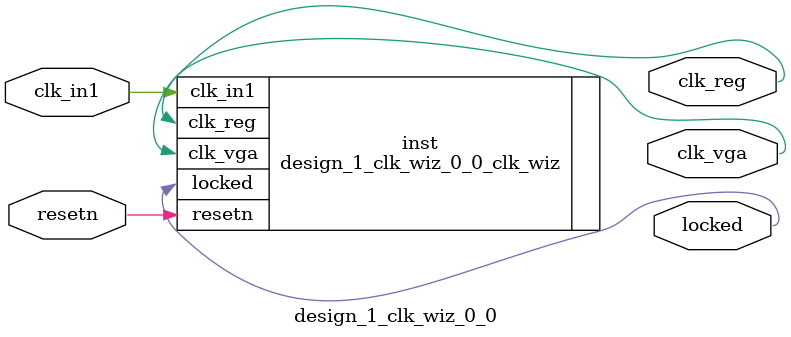
<source format=v>


`timescale 1ps/1ps

(* CORE_GENERATION_INFO = "design_1_clk_wiz_0_0,clk_wiz_v6_0_4_0_0,{component_name=design_1_clk_wiz_0_0,use_phase_alignment=true,use_min_o_jitter=false,use_max_i_jitter=false,use_dyn_phase_shift=false,use_inclk_switchover=false,use_dyn_reconfig=false,enable_axi=0,feedback_source=FDBK_AUTO,PRIMITIVE=MMCM,num_out_clk=2,clkin1_period=10.000,clkin2_period=10.000,use_power_down=false,use_reset=true,use_locked=true,use_inclk_stopped=false,feedback_type=SINGLE,CLOCK_MGR_TYPE=NA,manual_override=false}" *)

module design_1_clk_wiz_0_0 
 (
  // Clock out ports
  output        clk_vga,
  output        clk_reg,
  // Status and control signals
  input         resetn,
  output        locked,
 // Clock in ports
  input         clk_in1
 );

  design_1_clk_wiz_0_0_clk_wiz inst
  (
  // Clock out ports  
  .clk_vga(clk_vga),
  .clk_reg(clk_reg),
  // Status and control signals               
  .resetn(resetn), 
  .locked(locked),
 // Clock in ports
  .clk_in1(clk_in1)
  );

endmodule

</source>
